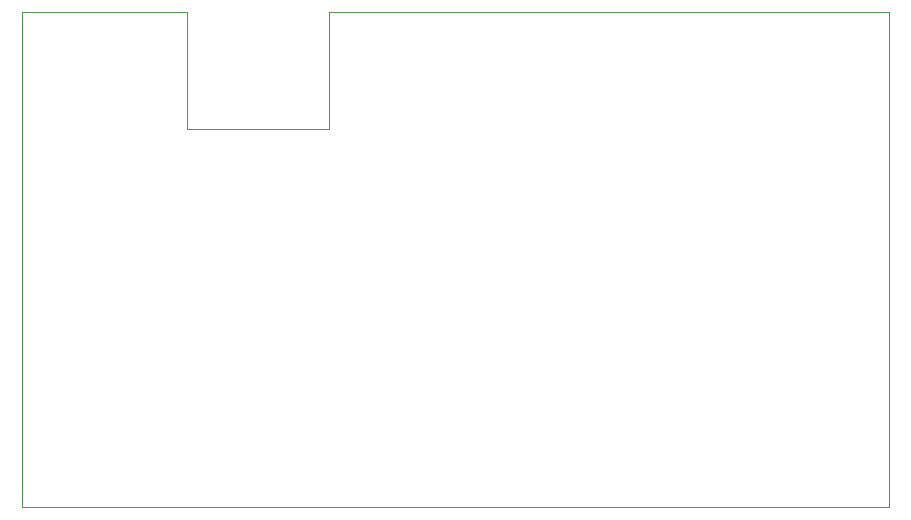
<source format=gm1>
G04 #@! TF.GenerationSoftware,KiCad,Pcbnew,8.0.7*
G04 #@! TF.CreationDate,2025-03-12T01:08:22-04:00*
G04 #@! TF.ProjectId,combat-pcb,636f6d62-6174-42d7-9063-622e6b696361,rev?*
G04 #@! TF.SameCoordinates,Original*
G04 #@! TF.FileFunction,Profile,NP*
%FSLAX46Y46*%
G04 Gerber Fmt 4.6, Leading zero omitted, Abs format (unit mm)*
G04 Created by KiCad (PCBNEW 8.0.7) date 2025-03-12 01:08:22*
%MOMM*%
%LPD*%
G01*
G04 APERTURE LIST*
G04 #@! TA.AperFunction,Profile*
%ADD10C,0.050000*%
G04 #@! TD*
G04 APERTURE END LIST*
D10*
X167386000Y-81026000D02*
X155321000Y-81026000D01*
X214757000Y-113030000D02*
X141351000Y-113030000D01*
X214757000Y-71120000D02*
X167386000Y-71120000D01*
X167386000Y-71120000D02*
X167386000Y-81026000D01*
X141351000Y-71120000D02*
X155321000Y-71120000D01*
X155321000Y-81026000D02*
X155321000Y-71120000D01*
X214757000Y-71120000D02*
X214757000Y-113030000D01*
X141351000Y-113030000D02*
X141351000Y-71120000D01*
M02*

</source>
